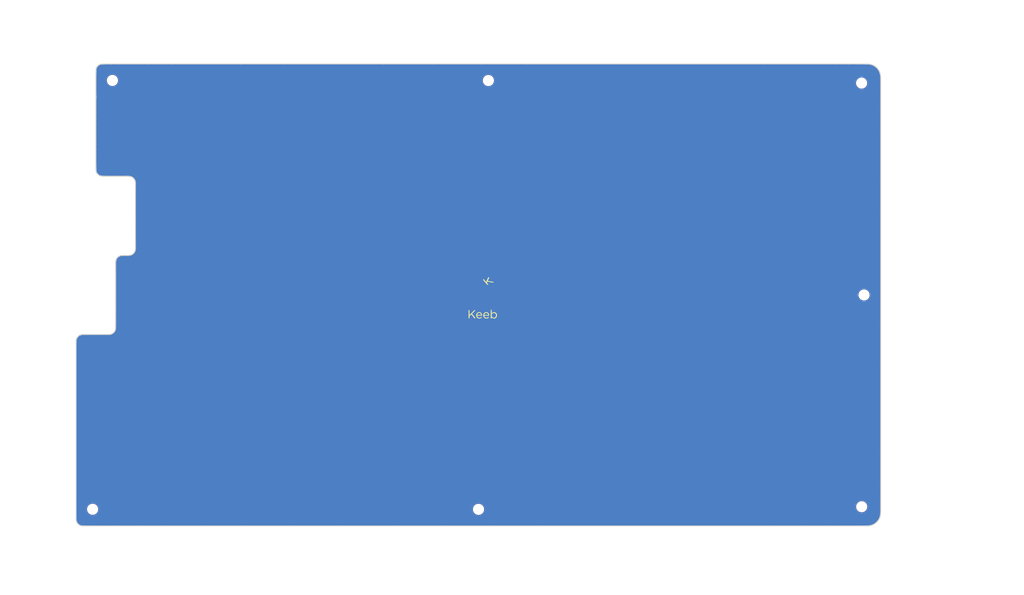
<source format=kicad_pcb>
(kicad_pcb (version 20221018) (generator pcbnew)
  (layers (0 "F.Cu" signal) (31 "B.Cu" signal) (34 "B.Paste" user) (35 "F.Paste" user) (36 "B.SilkS" user "B.Silkscreen") (37 "F.SilkS" user "F.Silkscreen") (38 "B.Mask" user) (39 "F.Mask" user) (44 "Edge.Cuts" user))
  (net 0 "")
  (footprint "Keebio-Art:Keebio-TwoTone" (layer "F.Cu") (at 123.143526 72.990229)
    (fp_text reference "G***" hide)
    (fp_text value "LOGO" hide)
  )
  (footprint "Mounting_Holes:MountingHole_2.2mm_M2" (layer "B.Cu") (at 123.143526 21.360229 180)
    (fp_text reference "REF**" hide)
    (fp_text value "MountingHole_2.2mm_M2" hide)
    (pad "" np_thru_hole circle (at 0 0 180) (size 2.2 2.2) (drill 2.2) (layers "*.Cu" "*.Mask"))
  )
  (footprint "Mounting_Holes:MountingHole_2.2mm_M2" (layer "B.Cu") (at 213.006026 21.970229 180)
    (fp_text reference "REF**" hide)
    (fp_text value "MountingHole_2.2mm_M2" hide)
    (pad "" np_thru_hole circle (at 0 0 180) (size 2.2 2.2) (drill 2.2) (layers "*.Cu" "*.Mask"))
  )
  (footprint "Mounting_Holes:MountingHole_2.2mm_M2" (layer "B.Cu") (at 32.621026 21.340229 180)
    (fp_text reference "REF**" hide)
    (fp_text value "MountingHole_2.2mm_M2" hide)
    (pad "" np_thru_hole circle (at 0 0 180) (size 2.2 2.2) (drill 2.2) (layers "*.Cu" "*.Mask"))
  )
  (footprint "Mounting_Holes:MountingHole_2.2mm_M2" (layer "B.Cu") (at 27.851026 124.590229 180)
    (fp_text reference "REF**" hide)
    (fp_text value "MountingHole_2.2mm_M2" hide)
    (pad "" np_thru_hole circle (at 0 0 180) (size 2.2 2.2) (drill 2.2) (layers "*.Cu" "*.Mask"))
  )
  (footprint "Mounting_Holes:MountingHole_2.2mm_M2" (layer "B.Cu") (at 120.763526 124.610229 180)
    (fp_text reference "REF**" hide)
    (fp_text value "MountingHole_2.2mm_M2" hide)
    (pad "" np_thru_hole circle (at 0 0 180) (size 2.2 2.2) (drill 2.2) (layers "*.Cu" "*.Mask"))
  )
  (footprint "Mounting_Holes:MountingHole_2.2mm_M2" (layer "B.Cu") (at 213.026026 123.980229 180)
    (fp_text reference "REF**" hide)
    (fp_text value "MountingHole_2.2mm_M2" hide)
    (pad "" np_thru_hole circle (at 0 0 180) (size 2.2 2.2) (drill 2.2) (layers "*.Cu" "*.Mask"))
  )
  (footprint "Mounting_Holes:MountingHole_2.2mm_M2" (layer "B.Cu") (at 213.596026 72.990229 180)
    (fp_text reference "REF**" hide)
    (fp_text value "MountingHole_2.2mm_M2" hide)
    (pad "" np_thru_hole circle (at 0 0 180) (size 2.2 2.2) (drill 2.2) (layers "*.Cu" "*.Mask"))
  )
  (gr_line (start 33.395496 80.791159) (end 33.396028 80.713523) (stroke (width 0.2)) (layer "Edge.Cuts"))
  (gr_line (start 28.633275 26.602139) (end 28.633275 26.102548) (stroke (width 0.2)) (layer "Edge.Cuts"))
  (gr_line (start 121.53863 17.360222) (end 132.259612 17.360222) (stroke (width 0.2)) (layer "Edge.Cuts"))
  (gr_line (start 36.233165 44.410229) (end 36.17198 44.410229) (stroke (width 0.2)) (layer "Edge.Cuts"))
  (gr_line (start 28.633275 19.259916) (end 28.633275 19.202745) (stroke (width 0.2)) (layer "Edge.Cuts"))
  (gr_line (start 216.899858 127.410076) (end 216.719175 127.61521) (stroke (width 0.2)) (layer "Edge.Cuts"))
  (gr_line (start 217.60826 89.356732) (end 217.60826 97.666711) (stroke (width 0.2)) (layer "Edge.Cuts"))
  (gr_line (start 25.740201 82.510229) (end 25.795735 82.510229) (stroke (width 0.2)) (layer "Edge.Cuts"))
  (gr_line (start 215.278352 17.495546) (end 215.521375 17.569118) (stroke (width 0.2)) (layer "Edge.Cuts"))
  (gr_line (start 36.17198 44.410229) (end 36.093796 44.410229) (stroke (width 0.2)) (layer "Edge.Cuts"))
  (gr_line (start 33.396033 65.389743) (end 33.396033 65.321249) (stroke (width 0.2)) (layer "Edge.Cuts"))
  (gr_line (start 26.785282 128.610215) (end 26.056122 128.610215) (stroke (width 0.2)) (layer "Edge.Cuts"))
  (gr_line (start 217.60826 80.408783) (end 217.60826 89.356732) (stroke (width 0.2)) (layer "Edge.Cuts"))
  (gr_line (start 25.306473 82.528161) (end 25.414971 82.518026) (stroke (width 0.2)) (layer "Edge.Cuts"))
  (gr_line (start 33.297411 81.449701) (end 33.33272 81.328246) (stroke (width 0.2)) (layer "Edge.Cuts"))
  (gr_line (start 34.274287 63.63411) (end 34.394017 63.581323) (stroke (width 0.2)) (layer "Edge.Cuts"))
  (gr_line (start 38.158512 55.921567) (end 38.158512 54.598797) (stroke (width 0.2)) (layer "Edge.Cuts"))
  (gr_line (start 30.414217 17.360254) (end 30.485105 17.360222) (stroke (width 0.2)) (layer "Edge.Cuts"))
  (gr_line (start 38.158291 61.71415) (end 38.158512 61.641244) (stroke (width 0.2)) (layer "Edge.Cuts"))
  (gr_line (start 46.924885 17.360222) (end 54.349001 17.360222) (stroke (width 0.2)) (layer "Edge.Cuts"))
  (gr_line (start 37.433697 63.197531) (end 37.543478 63.118005) (stroke (width 0.2)) (layer "Edge.Cuts"))
  (gr_line (start 204.144755 128.610215) (end 198.765779 128.610215) (stroke (width 0.2)) (layer "Edge.Cuts"))
  (gr_line (start 217.061741 127.192127) (end 216.899858 127.410076) (stroke (width 0.2)) (layer "Edge.Cuts"))
  (gr_line (start 23.925596 127.390515) (end 23.90261 127.271727) (stroke (width 0.2)) (layer "Edge.Cuts"))
  (gr_line (start 33.396033 65.489963) (end 33.396033 65.389743) (stroke (width 0.2)) (layer "Edge.Cuts"))
  (gr_line (start 36.093796 44.410229) (end 35.987261 44.410229) (stroke (width 0.2)) (layer "Edge.Cuts"))
  (gr_line (start 29.788756 17.430384) (end 29.90909 17.402728) (stroke (width 0.2)) (layer "Edge.Cuts"))
  (gr_line (start 23.87785 84.071756) (end 23.887053 83.964607) (stroke (width 0.2)) (layer "Edge.Cuts"))
  (gr_line (start 37.975255 62.600402) (end 38.029991 62.481122) (stroke (width 0.2)) (layer "Edge.Cuts"))
  (gr_line (start 33.396033 80.602518) (end 33.396033 80.566788) (stroke (width 0.2)) (layer "Edge.Cuts"))
  (gr_line (start 28.633275 32.073352) (end 28.633275 30.629954) (stroke (width 0.2)) (layer "Edge.Cuts"))
  (gr_line (start 29.629369 44.288406) (end 29.509682 44.235425) (stroke (width 0.2)) (layer "Edge.Cuts"))
  (gr_line (start 33.459347 64.642213) (end 33.494656 64.520758) (stroke (width 0.2)) (layer "Edge.Cuts"))
  (gr_line (start 24.712762 128.417286) (end 24.597844 128.348677) (stroke (width 0.2)) (layer "Edge.Cuts"))
  (gr_line (start 38.104611 62.23865) (end 38.127466 62.119917) (stroke (width 0.2)) (layer "Edge.Cuts"))
  (gr_line (start 33.396571 65.179299) (end 33.399066 65.088737) (stroke (width 0.2)) (layer "Edge.Cuts"))
  (gr_line (start 28.633275 41.498633) (end 28.633275 40.925839) (stroke (width 0.2)) (layer "Edge.Cuts"))
  (gr_line (start 217.556678 20.109751) (end 217.583286 20.334245) (stroke (width 0.2)) (layer "Edge.Cuts"))
  (gr_line (start 31.183901 82.510229) (end 31.301614 82.510229) (stroke (width 0.2)) (layer "Edge.Cuts"))
  (gr_line (start 36.721558 44.427958) (end 36.61318 44.41791) (stroke (width 0.2)) (layer "Edge.Cuts"))
  (gr_line (start 28.633275 25.372033) (end 28.633275 25.360427) (stroke (width 0.2)) (layer "Edge.Cuts"))
  (gr_line (start 24.00055 127.632993) (end 23.957732 127.511687) (stroke (width 0.2)) (layer "Edge.Cuts"))
  (gr_line (start 23.87127 120.387815) (end 23.87127 117.772986) (stroke (width 0.2)) (layer "Edge.Cuts"))
  (gr_line (start 37.743139 62.931434) (end 37.83067 62.826739) (stroke (width 0.2)) (layer "Edge.Cuts"))
  (gr_line (start 35.623019 63.460229) (end 35.686919 63.460229) (stroke (width 0.2)) (layer "Edge.Cuts"))
  (gr_line (start 28.633275 26.102548) (end 28.633275 25.758929) (stroke (width 0.2)) (layer "Edge.Cuts"))
  (gr_line (start 34.636382 63.509996) (end 34.754534 63.488428) (stroke (width 0.2)) (layer "Edge.Cuts"))
  (gr_line (start 35.38406 44.410229) (end 35.051386 44.410229) (stroke (width 0.2)) (layer "Edge.Cuts"))
  (gr_line (start 38.15828 46.155055) (end 38.156562 46.06829) (stroke (width 0.2)) (layer "Edge.Cuts"))
  (gr_line (start 28.644979 18.855713) (end 28.657789 18.743977) (stroke (width 0.2)) (layer "Edge.Cuts"))
  (gr_line (start 36.957645 63.401524) (end 37.078986 63.36782) (stroke (width 0.2)) (layer "Edge.Cuts"))
  (gr_line (start 38.158512 58.28491) (end 38.158512 57.167447) (stroke (width 0.2)) (layer "Edge.Cuts"))
  (gr_line (start 25.768212 128.610215) (end 25.679855 128.610214) (stroke (width 0.2)) (layer "Edge.Cuts"))
  (gr_line (start 30.534345 128.610215) (end 28.19744 128.610215) (stroke (width 0.2)) (layer "Edge.Cuts"))
  (gr_line (start 38.158512 46.665986) (end 38.158512 46.482159) (stroke (width 0.2)) (layer "Edge.Cuts"))
  (gr_line (start 28.633275 19.811313) (end 28.633275 19.625086) (stroke (width 0.2)) (layer "Edge.Cuts"))
  (gr_line (start 33.396039 65.256936) (end 33.396571 65.179299) (stroke (width 0.2)) (layer "Edge.Cuts"))
  (gr_line (start 23.87322 126.952154) (end 23.871503 126.865389) (stroke (width 0.2)) (layer "Edge.Cuts"))
  (gr_line (start 217.60826 38.472239) (end 217.60826 45.30743) (stroke (width 0.2)) (layer "Edge.Cuts"))
  (gr_line (start 54.349001 17.360222) (end 63.571136 17.360222) (stroke (width 0.2)) (layer "Edge.Cuts"))
  (gr_line (start 33.396033 80.347435) (end 33.396033 80.154486) (stroke (width 0.2)) (layer "Edge.Cuts"))
  (gr_line (start 36.052303 63.460229) (end 36.08885 63.460229) (stroke (width 0.2)) (layer "Edge.Cuts"))
  (gr_line (start 31.508787 82.510229) (end 31.567019 82.510229) (stroke (width 0.2)) (layer "Edge.Cuts"))
  (gr_line (start 35.987261 44.410229) (end 35.841026 44.410229) (stroke (width 0.2)) (layer "Edge.Cuts"))
  (gr_line (start 28.633275 41.909016) (end 28.633275 41.498633) (stroke (width 0.2)) (layer "Edge.Cuts"))
  (gr_line (start 217.60826 21.036809) (end 217.60826 21.214055) (stroke (width 0.2)) (layer "Edge.Cuts"))
  (gr_line (start 33.396033 80.510312) (end 33.396033 80.51003) (stroke (width 0.2)) (layer "Edge.Cuts"))
  (gr_line (start 35.4448 63.460229) (end 35.476851 63.460229) (stroke (width 0.2)) (layer "Edge.Cuts"))
  (gr_line (start 109.908927 17.360222) (end 121.53863 17.360222) (stroke (width 0.2)) (layer "Edge.Cuts"))
  (gr_line (start 23.87127 90.769019) (end 23.87127 88.7129) (stroke (width 0.2)) (layer "Edge.Cuts"))
  (gr_line (start 38.158512 46.228192) (end 38.15828 46.155055) (stroke (width 0.2)) (layer "Edge.Cuts"))
  (gr_line (start 216.441078 18.095678) (end 216.643998 18.279086) (stroke (width 0.2)) (layer "Edge.Cuts"))
  (gr_line (start 28.633275 21.763597) (end 28.633275 21.252998) (stroke (width 0.2)) (layer "Edge.Cuts"))
  (gr_line (start 38.127172 45.748717) (end 38.104186 45.629929) (stroke (width 0.2)) (layer "Edge.Cuts"))
  (gr_line (start 33.25094 81.570588) (end 33.297411 81.449701) (stroke (width 0.2)) (layer "Edge.Cuts"))
  (gr_line (start 33.396033 80.154486) (end 33.396033 79.849222) (stroke (width 0.2)) (layer "Edge.Cuts"))
  (gr_line (start 214.804993 17.404401) (end 215.038059 17.441662) (stroke (width 0.2)) (layer "Edge.Cuts"))
  (gr_line (start 28.74446 18.384702) (end 28.794534 18.264415) (stroke (width 0.2)) (layer "Edge.Cuts"))
  (gr_line (start 28.633275 25.42286) (end 28.633275 25.372033) (stroke (width 0.2)) (layer "Edge.Cuts"))
  (gr_line (start 217.60826 71.17637) (end 217.60826 80.408783) (stroke (width 0.2)) (layer "Edge.Cuts"))
  (gr_line (start 45.511028 128.610215) (end 38.94939 128.610215) (stroke (width 0.2)) (layer "Edge.Cuts"))
  (gr_line (start 33.04049 81.911815) (end 33.121587 81.802932) (stroke (width 0.2)) (layer "Edge.Cuts"))
  (gr_line (start 33.221753 44.410229) (end 32.733678 44.410229) (stroke (width 0.2)) (layer "Edge.Cuts"))
  (gr_line (start 24.487974 128.26931) (end 24.384329 128.18036) (stroke (width 0.2)) (layer "Edge.Cuts"))
  (gr_line (start 33.396033 66.257522) (end 33.396033 65.896197) (stroke (width 0.2)) (layer "Edge.Cuts"))
  (gr_line (start 33.396033 80.511621) (end 33.396033 80.510312) (stroke (width 0.2)) (layer "Edge.Cuts"))
  (gr_line (start 28.633275 25.758929) (end 28.633275 25.542096) (stroke (width 0.2)) (layer "Edge.Cuts"))
  (gr_line (start 24.288082 128.083001) (end 24.200408 127.978409) (stroke (width 0.2)) (layer "Edge.Cuts"))
  (gr_line (start 33.396033 74.564039) (end 33.396033 73.227808) (stroke (width 0.2)) (layer "Edge.Cuts"))
  (gr_line (start 36.146639 63.460229) (end 36.174274 63.460229) (stroke (width 0.2)) (layer "Edge.Cuts"))
  (gr_line (start 34.754534 63.488428) (end 34.867666 63.474214) (stroke (width 0.2)) (layer "Edge.Cuts"))
  (gr_line (start 28.633275 23.350926) (end 28.633275 22.833104) (stroke (width 0.2)) (layer "Edge.Cuts"))
  (gr_line (start 28.930748 18.034594) (end 29.014754 17.927496) (stroke (width 0.2)) (layer "Edge.Cuts"))
  (gr_line (start 217.60826 97.666711) (end 217.60826 104.985212) (stroke (width 0.2)) (layer "Edge.Cuts"))
  (gr_line (start 87.797689 128.610215) (end 75.563233 128.610215) (stroke (width 0.2)) (layer "Edge.Cuts"))
  (gr_line (start 217.60826 123.13841) (end 217.60826 124.120125) (stroke (width 0.2)) (layer "Edge.Cuts"))
  (gr_line (start 38.158512 54.598797) (end 38.158512 53.250665) (stroke (width 0.2)) (layer "Edge.Cuts"))
  (gr_line (start 35.822573 63.460229) (end 35.889105 63.460229) (stroke (width 0.2)) (layer "Edge.Cuts"))
  (gr_line (start 23.87127 126.721063) (end 23.87127 126.589408) (stroke (width 0.2)) (layer "Edge.Cuts"))
  (gr_line (start 32.634035 82.271343) (end 32.745608 82.195211) (stroke (width 0.2)) (layer "Edge.Cuts"))
  (gr_line (start 37.431938 44.671767) (end 37.31702 44.603158) (stroke (width 0.2)) (layer "Edge.Cuts"))
  (gr_line (start 30.8074 82.510229) (end 31.022946 82.510229) (stroke (width 0.2)) (layer "Edge.Cuts"))
  (gr_line (start 35.841026 44.410229) (end 35.643743 44.410229) (stroke (width 0.2)) (layer "Edge.Cuts"))
  (gr_line (start 217.53366 126.003006) (end 217.482576 126.242467) (stroke (width 0.2)) (layer "Edge.Cuts"))
  (gr_line (start 26.972532 82.510229) (end 27.372738 82.510229) (stroke (width 0.2)) (layer "Edge.Cuts"))
  (gr_line (start 30.137197 17.371176) (end 30.240471 17.364214) (stroke (width 0.2)) (layer "Edge.Cuts"))
  (gr_line (start 33.842056 63.956186) (end 33.940742 63.861329) (stroke (width 0.2)) (layer "Edge.Cuts"))
  (gr_line (start 33.396033 69.369674) (end 33.396033 68.305576) (stroke (width 0.2)) (layer "Edge.Cuts"))
  (gr_line (start 30.661897 17.360222) (end 31.173278 17.360222) (stroke (width 0.2)) (layer "Edge.Cuts"))
  (gr_line (start 28.633324 19.135363) (end 28.634279 19.053654) (stroke (width 0.2)) (layer "Edge.Cuts"))
  (gr_line (start 24.486304 82.852453) (end 24.596085 82.772928) (stroke (width 0.2)) (layer "Edge.Cuts"))
  (gr_line (start 217.60826 25.838207) (end 217.60826 28.875714) (stroke (width 0.2)) (layer "Edge.Cuts"))
  (gr_line (start 37.541808 44.751134) (end 37.431938 44.671767) (stroke (width 0.2)) (layer "Edge.Cuts"))
  (gr_line (start 23.957732 127.511687) (end 23.925596 127.390515) (stroke (width 0.2)) (layer "Edge.Cuts"))
  (gr_line (start 31.218113 44.410229) (end 31.003489 44.410229) (stroke (width 0.2)) (layer "Edge.Cuts"))
  (gr_line (start 29.667233 17.468004) (end 29.788756 17.430384) (stroke (width 0.2)) (layer "Edge.Cuts"))
  (gr_line (start 217.607225 125.169438) (end 217.602318 125.350193) (stroke (width 0.2)) (layer "Edge.Cuts"))
  (gr_line (start 35.416768 63.460229) (end 35.4448 63.460229) (stroke (width 0.2)) (layer "Edge.Cuts"))
  (gr_line (start 38.94939 128.610215) (end 34.037746 128.610215) (stroke (width 0.2)) (layer "Edge.Cuts"))
  (gr_line (start 217.608116 20.898723) (end 217.60826 21.036809) (stroke (width 0.2)) (layer "Edge.Cuts"))
  (gr_line (start 34.198938 44.410229) (end 33.716479 44.410229) (stroke (width 0.2)) (layer "Edge.Cuts"))
  (gr_line (start 30.575684 44.410229) (end 30.519658 44.410229) (stroke (width 0.2)) (layer "Edge.Cuts"))
  (gr_line (start 214.894887 128.553264) (end 214.66843 128.5819) (stroke (width 0.2)) (layer "Edge.Cuts"))
  (gr_line (start 38.151932 61.898703) (end 38.156608 61.800719) (stroke (width 0.2)) (layer "Edge.Cuts"))
  (gr_line (start 28.677618 18.626731) (end 28.705997 18.506223) (stroke (width 0.2)) (layer "Edge.Cuts"))
  (gr_line (start 33.396033 80.525437) (end 33.396033 80.516032) (stroke (width 0.2)) (layer "Edge.Cuts"))
  (gr_line (start 23.87127 123.978884) (end 23.87127 122.435468) (stroke (width 0.2)) (layer "Edge.Cuts"))
  (gr_line (start 209.936823 17.360222) (end 211.908055 17.360222) (stroke (width 0.2)) (layer "Edge.Cuts"))
  (gr_line (start 23.871491 84.256308) (end 23.873174 84.169739) (stroke (width 0.2)) (layer "Edge.Cuts"))
  (gr_line (start 38.156608 61.800719) (end 38.158291 61.71415) (stroke (width 0.2)) (layer "Edge.Cuts"))
  (gr_line (start 23.87127 103.703998) (end 23.87127 100.003759) (stroke (width 0.2)) (layer "Edge.Cuts"))
  (gr_line (start 31.853149 44.410229) (end 31.498505 44.410229) (stroke (width 0.2)) (layer "Edge.Cuts"))
  (gr_line (start 28.633275 40.925839) (end 28.633275 40.159556) (stroke (width 0.2)) (layer "Edge.Cuts"))
  (gr_line (start 23.87127 107.475183) (end 23.87127 103.703998) (stroke (width 0.2)) (layer "Edge.Cuts"))
  (gr_line (start 25.072137 82.568935) (end 25.191445 82.54462) (stroke (width 0.2)) (layer "Edge.Cuts"))
  (gr_line (start 33.396033 78.798691) (end 33.396033 78.001896) (stroke (width 0.2)) (layer "Edge.Cuts"))
  (gr_line (start 217.60826 21.214055) (end 217.60826 21.602283) (stroke (width 0.2)) (layer "Edge.Cuts"))
  (gr_line (start 23.873174 84.169739) (end 23.87785 84.071756) (stroke (width 0.2)) (layer "Edge.Cuts"))
  (gr_line (start 217.605939 20.733228) (end 217.608116 20.898723) (stroke (width 0.2)) (layer "Edge.Cuts"))
  (gr_line (start 26.056122 128.610215) (end 25.768212 128.610215) (stroke (width 0.2)) (layer "Edge.Cuts"))
  (gr_line (start 36.290492 63.460229) (end 36.350988 63.460229) (stroke (width 0.2)) (layer "Edge.Cuts"))
  (gr_line (start 35.516118 63.460229) (end 35.565216 63.460229) (stroke (width 0.2)) (layer "Edge.Cuts"))
  (gr_line (start 212.400804 128.610215) (end 210.718628 128.610215) (stroke (width 0.2)) (layer "Edge.Cuts"))
  (gr_line (start 214.378531 17.367481) (end 214.583651 17.380695) (stroke (width 0.2)) (layer "Edge.Cuts"))
  (gr_line (start 215.998044 17.786507) (end 216.224977 17.930701) (stroke (width 0.2)) (layer "Edge.Cuts"))
  (gr_line (start 217.590466 125.552372) (end 217.568602 125.771475) (stroke (width 0.2)) (layer "Edge.Cuts"))
  (gr_line (start 213.068296 17.360222) (end 213.653035 17.360222) (stroke (width 0.2)) (layer "Edge.Cuts"))
  (gr_line (start 33.387008 80.98296) (end 33.393 80.881722) (stroke (width 0.2)) (layer "Edge.Cuts"))
  (gr_line (start 31.452708 82.510229) (end 31.508787 82.510229) (stroke (width 0.2)) (layer "Edge.Cuts"))
  (gr_line (start 38.142729 62.005851) (end 38.151932 61.898703) (stroke (width 0.2)) (layer "Edge.Cuts"))
  (gr_line (start 217.276864 19.150042) (end 217.378943 19.39024) (stroke (width 0.2)) (layer "Edge.Cuts"))
  (gr_line (start 29.282 44.09394) (end 29.176384 44.007712) (stroke (width 0.2)) (layer "Edge.Cuts"))
  (gr_line (start 38.158512 50.684429) (end 38.158512 49.569382) (stroke (width 0.2)) (layer "Edge.Cuts"))
  (gr_line (start 38.158512 47.902153) (end 38.158512 47.348328) (stroke (width 0.2)) (layer "Edge.Cuts"))
  (gr_line (start 33.716479 44.410229) (end 33.221753 44.410229) (stroke (width 0.2)) (layer "Edge.Cuts"))
  (gr_line (start 33.416081 64.877832) (end 33.433666 64.761988) (stroke (width 0.2)) (layer "Edge.Cuts"))
  (gr_line (start 28.633275 23.83007) (end 28.633275 23.350926) (stroke (width 0.2)) (layer "Edge.Cuts"))
  (gr_line (start 28.633275 25.359746) (end 28.633275 25.352452) (stroke (width 0.2)) (layer "Edge.Cuts"))
  (gr_line (start 217.60826 124.639802) (end 217.60826 124.877975) (stroke (width 0.2)) (layer "Edge.Cuts"))
  (gr_line (start 64.119557 128.610215) (end 53.946379 128.610215) (stroke (width 0.2)) (layer "Edge.Cuts"))
  (gr_line (start 30.843284 44.410229) (end 30.726148 44.410229) (stroke (width 0.2)) (layer "Edge.Cuts"))
  (gr_line (start 213.951963 128.610215) (end 213.773831 128.610215) (stroke (width 0.2)) (layer "Edge.Cuts"))
  (gr_line (start 38.127466 62.119917) (end 38.142729 62.005851) (stroke (width 0.2)) (layer "Edge.Cuts"))
  (gr_line (start 28.633275 24.591935) (end 28.633275 24.249992) (stroke (width 0.2)) (layer "Edge.Cuts"))
  (gr_line (start 33.396033 80.566788) (end 33.396033 80.541725) (stroke (width 0.2)) (layer "Edge.Cuts"))
  (gr_line (start 217.60826 23.733823) (end 217.60826 25.838207) (stroke (width 0.2)) (layer "Edge.Cuts"))
  (gr_line (start 217.60826 121.514122) (end 217.60826 123.13841) (stroke (width 0.2)) (layer "Edge.Cuts"))
  (gr_line (start 25.60338 82.510593) (end 25.678794 82.51023) (stroke (width 0.2)) (layer "Edge.Cuts"))
  (gr_line (start 32.39805 82.389136) (end 32.51778 82.336349) (stroke (width 0.2)) (layer "Edge.Cuts"))
  (gr_line (start 37.907299 45.152685) (end 37.829374 45.042035) (stroke (width 0.2)) (layer "Edge.Cuts"))
  (gr_line (start 36.614812 63.452433) (end 36.723309 63.442297) (stroke (width 0.2)) (layer "Edge.Cuts"))
  (gr_line (start 33.396033 73.227808) (end 33.396033 71.882318) (stroke (width 0.2)) (layer "Edge.Cuts"))
  (gr_line (start 217.60826 115.615681) (end 217.60826 119.066724) (stroke (width 0.2)) (layer "Edge.Cuts"))
  (gr_line (start 217.000893 18.691798) (end 217.150169 18.916404) (stroke (width 0.2)) (layer "Edge.Cuts"))
  (gr_line (start 33.396033 79.405878) (end 33.396033 78.798691) (stroke (width 0.2)) (layer "Edge.Cuts"))
  (gr_line (start 35.154462 63.460359) (end 35.225037 63.460229) (stroke (width 0.2)) (layer "Edge.Cuts"))
  (gr_line (start 74.201608 17.360222) (end 85.777005 17.360222) (stroke (width 0.2)) (layer "Edge.Cuts"))
  (gr_line (start 25.074022 128.551958) (end 24.952696 128.518413) (stroke (width 0.2)) (layer "Edge.Cuts"))
  (gr_line (start 28.633275 42.366865) (end 28.633275 42.188067) (stroke (width 0.2)) (layer "Edge.Cuts"))
  (gr_line (start 25.934568 82.510229) (end 26.040565 82.510229) (stroke (width 0.2)) (layer "Edge.Cuts"))
  (gr_line (start 23.87127 126.792252) (end 23.87127 126.721063) (stroke (width 0.2)) (layer "Edge.Cuts"))
  (gr_line (start 32.155685 82.460462) (end 32.276607 82.430009) (stroke (width 0.2)) (layer "Edge.Cuts"))
  (gr_line (start 37.645453 44.840084) (end 37.541808 44.751134) (stroke (width 0.2)) (layer "Edge.Cuts"))
  (gr_line (start 38.158512 61.386023) (end 38.158512 61.200913) (stroke (width 0.2)) (layer "Edge.Cuts"))
  (gr_line (start 36.838337 63.425839) (end 36.957645 63.401524) (stroke (width 0.2)) (layer "Edge.Cuts"))
  (gr_line (start 28.633275 19.318573) (end 28.633275 19.259916) (stroke (width 0.2)) (layer "Edge.Cuts"))
  (gr_line (start 28.633275 35.111106) (end 28.633275 33.586529) (stroke (width 0.2)) (layer "Edge.Cuts"))
  (gr_line (start 25.193281 128.576138) (end 25.074022 128.551958) (stroke (width 0.2)) (layer "Edge.Cuts"))
  (gr_line (start 33.399066 65.088737) (end 33.405059 64.987498) (stroke (width 0.2)) (layer "Edge.Cuts"))
  (gr_line (start 35.889105 63.460229) (end 35.951293 63.460229) (stroke (width 0.2)) (layer "Edge.Cuts"))
  (gr_line (start 24.710934 82.704141) (end 24.829672 82.647264) (stroke (width 0.2)) (layer "Edge.Cuts"))
  (gr_line (start 28.633275 42.548017) (end 28.633275 42.476489) (stroke (width 0.2)) (layer "Edge.Cuts"))
  (gr_line (start 31.722187 82.508747) (end 31.818535 82.50464) (stroke (width 0.2)) (layer "Edge.Cuts"))
  (gr_line (start 28.19744 128.610215) (end 26.785282 128.610215) (stroke (width 0.2)) (layer "Edge.Cuts"))
  (gr_line (start 32.851325 82.10913) (end 32.950011 82.014273) (stroke (width 0.2)) (layer "Edge.Cuts"))
  (gr_line (start 26.040565 82.510229) (end 26.18608 82.510229) (stroke (width 0.2)) (layer "Edge.Cuts"))
  (gr_line (start 33.396033 80.650804) (end 33.396033 80.602518) (stroke (width 0.2)) (layer "Edge.Cuts"))
  (gr_line (start 37.647017 63.028915) (end 37.743139 62.931434) (stroke (width 0.2)) (layer "Edge.Cuts"))
  (gr_line (start 23.87127 84.533967) (end 23.87127 84.40078) (stroke (width 0.2)) (layer "Edge.Cuts"))
  (gr_line (start 38.158512 47.348328) (end 38.158512 46.945491) (stroke (width 0.2)) (layer "Edge.Cuts"))
  (gr_line (start 216.087829 128.130228) (end 215.855447 128.260606) (stroke (width 0.2)) (layer "Edge.Cuts"))
  (gr_line (start 30.025987 17.383503) (end 30.137197 17.371176) (stroke (width 0.2)) (layer "Edge.Cuts"))
  (gr_line (start 38.158512 57.167447) (end 38.158512 55.921567) (stroke (width 0.2)) (layer "Edge.Cuts"))
  (gr_line (start 36.288698 44.410229) (end 36.233165 44.410229) (stroke (width 0.2)) (layer "Edge.Cuts"))
  (gr_line (start 38.158512 61.641244) (end 38.158512 61.578533) (stroke (width 0.2)) (layer "Edge.Cuts"))
  (gr_line (start 28.633275 37.960963) (end 28.633275 36.58871) (stroke (width 0.2)) (layer "Edge.Cuts"))
  (gr_line (start 33.396028 80.713523) (end 33.396033 80.650804) (stroke (width 0.2)) (layer "Edge.Cuts"))
  (gr_line (start 217.202476 126.963714) (end 217.061741 127.192127) (stroke (width 0.2)) (layer "Edge.Cuts"))
  (gr_line (start 28.633275 25.187412) (end 28.633275 25.050441) (stroke (width 0.2)) (layer "Edge.Cuts"))
  (gr_line (start 31.301614 82.510229) (end 31.387433 82.510229) (stroke (width 0.2)) (layer "Edge.Cuts"))
  (gr_line (start 28.642172 42.881308) (end 28.636246 42.780219) (stroke (width 0.2)) (layer "Edge.Cuts"))
  (gr_line (start 33.405059 64.987498) (end 33.416081 64.877832) (stroke (width 0.2)) (layer "Edge.Cuts"))
  (gr_line (start 23.87127 111.173171) (end 23.87127 107.475183) (stroke (width 0.2)) (layer "Edge.Cuts"))
  (gr_line (start 35.324829 63.460229) (end 35.359979 63.460229) (stroke (width 0.2)) (layer "Edge.Cuts"))
  (gr_line (start 23.87127 86.04288) (end 23.87127 85.281055) (stroke (width 0.2)) (layer "Edge.Cuts"))
  (gr_line (start 37.543478 63.118005) (end 37.647017 63.028915) (stroke (width 0.2)) (layer "Edge.Cuts"))
  (gr_line (start 30.209186 44.404546) (end 30.10319 44.396072) (stroke (width 0.2)) (layer "Edge.Cuts"))
  (gr_line (start 33.375985 81.092626) (end 33.387008 80.98296) (stroke (width 0.2)) (layer "Edge.Cuts"))
  (gr_line (start 33.396033 66.761192) (end 33.396033 66.257522) (stroke (width 0.2)) (layer "Edge.Cuts"))
  (gr_line (start 202.619438 17.360222) (end 206.919113 17.360222) (stroke (width 0.2)) (layer "Edge.Cuts"))
  (gr_line (start 25.678794 82.51023) (end 25.740201 82.510229) (stroke (width 0.2)) (layer "Edge.Cuts"))
  (gr_line (start 25.416602 128.602535) (end 25.308224 128.592486) (stroke (width 0.2)) (layer "Edge.Cuts"))
  (gr_line (start 34.973531 63.465819) (end 35.069879 63.461712) (stroke (width 0.2)) (layer "Edge.Cuts"))
  (gr_line (start 217.598684 20.54357) (end 217.605939 20.733228) (stroke (width 0.2)) (layer "Edge.Cuts"))
  (gr_line (start 37.198231 44.546475) (end 37.077086 44.502032) (stroke (width 0.2)) (layer "Edge.Cuts"))
  (gr_line (start 24.382765 82.941544) (end 24.486304 82.852453) (stroke (width 0.2)) (layer "Edge.Cuts"))
  (gr_line (start 33.396033 75.839483) (end 33.396033 74.564039) (stroke (width 0.2)) (layer "Edge.Cuts"))
  (gr_line (start 23.87127 96.518606) (end 23.87127 93.392682) (stroke (width 0.2)) (layer "Edge.Cuts"))
  (gr_line (start 28.705997 18.506223) (end 28.74446 18.384702) (stroke (width 0.2)) (layer "Edge.Cuts"))
  (gr_line (start 38.158512 59.958307) (end 38.158512 59.222829) (stroke (width 0.2)) (layer "Edge.Cuts"))
  (gr_line (start 23.999791 83.489336) (end 24.054527 83.370057) (stroke (width 0.2)) (layer "Edge.Cuts"))
  (gr_line (start 38.104186 45.629929) (end 38.07205 45.508757) (stroke (width 0.2)) (layer "Edge.Cuts"))
  (gr_line (start 23.877955 127.050298) (end 23.87322 126.952154) (stroke (width 0.2)) (layer "Edge.Cuts"))
  (gr_line (start 24.597844 128.348677) (end 24.487974 128.26931) (stroke (width 0.2)) (layer "Edge.Cuts"))
  (gr_line (start 28.633275 22.297147) (end 28.633275 21.763597) (stroke (width 0.2)) (layer "Edge.Cuts"))
  (gr_line (start 36.61318 44.41791) (end 36.513616 44.412627) (stroke (width 0.2)) (layer "Edge.Cuts"))
  (gr_line (start 28.633275 25.050441) (end 28.633275 24.855373) (stroke (width 0.2)) (layer "Edge.Cuts"))
  (gr_line (start 34.158032 63.699116) (end 34.274287 63.63411) (stroke (width 0.2)) (layer "Edge.Cuts"))
  (gr_line (start 30.485105 17.360222) (end 30.661897 17.360222) (stroke (width 0.2)) (layer "Edge.Cuts"))
  (gr_line (start 37.20011 63.323195) (end 37.318849 63.266318) (stroke (width 0.2)) (layer "Edge.Cuts"))
  (gr_line (start 36.836501 44.444306) (end 36.721558 44.427958) (stroke (width 0.2)) (layer "Edge.Cuts"))
  (gr_line (start 189.233461 17.360222) (end 196.80231 17.360222) (stroke (width 0.2)) (layer "Edge.Cuts"))
  (gr_line (start 24.055481 127.752225) (end 24.00055 127.632993) (stroke (width 0.2)) (layer "Edge.Cuts"))
  (gr_line (start 28.633275 42.476489) (end 28.633275 42.366865) (stroke (width 0.2)) (layer "Edge.Cuts"))
  (gr_line (start 33.494656 64.520758) (end 33.541127 64.399871) (stroke (width 0.2)) (layer "Edge.Cuts"))
  (gr_line (start 29.077818 43.912727) (end 28.987476 43.81016) (stroke (width 0.2)) (layer "Edge.Cuts"))
  (gr_line (start 30.10319 44.396072) (end 29.989962 44.381754) (stroke (width 0.2)) (layer "Edge.Cuts"))
  (gr_line (start 28.633275 30.629954) (end 28.633275 29.314708) (stroke (width 0.2)) (layer "Edge.Cuts"))
  (gr_line (start 33.396033 65.649562) (end 33.396033 65.489963) (stroke (width 0.2)) (layer "Edge.Cuts"))
  (gr_line (start 36.513616 44.412627) (end 36.425116 44.410578) (stroke (width 0.2)) (layer "Edge.Cuts"))
  (gr_line (start 216.224977 17.930701) (end 216.441078 18.095678) (stroke (width 0.2)) (layer "Edge.Cuts"))
  (gr_line (start 23.87127 84.329215) (end 23.871491 84.256308) (stroke (width 0.2)) (layer "Edge.Cuts"))
  (gr_line (start 38.142541 45.862872) (end 38.127172 45.748717) (stroke (width 0.2)) (layer "Edge.Cuts"))
  (gr_line (start 38.156562 46.06829) (end 38.151827 45.970147) (stroke (width 0.2)) (layer "Edge.Cuts"))
  (gr_line (start 26.382463 82.510229) (end 26.641061 82.510229) (stroke (width 0.2)) (layer "Edge.Cuts"))
  (gr_line (start 216.719175 127.61521) (end 216.522042 127.80518) (stroke (width 0.2)) (layer "Edge.Cuts"))
  (gr_line (start 38.151827 45.970147) (end 38.142541 45.862872) (stroke (width 0.2)) (layer "Edge.Cuts"))
  (gr_line (start 31.387433 82.510229) (end 31.452708 82.510229) (stroke (width 0.2)) (layer "Edge.Cuts"))
  (gr_line (start 217.583286 20.334245) (end 217.598684 20.54357) (stroke (width 0.2)) (layer "Edge.Cuts"))
  (gr_line (start 217.60826 53.272186) (end 217.60826 62.013002) (stroke (width 0.2)) (layer "Edge.Cuts"))
  (gr_line (start 31.9244 82.496245) (end 32.037533 82.48203) (stroke (width 0.2)) (layer "Edge.Cuts"))
  (gr_line (start 23.87127 117.772986) (end 23.87127 114.653819) (stroke (width 0.2)) (layer "Edge.Cuts"))
  (gr_line (start 23.87127 125.092024) (end 23.87127 123.978884) (stroke (width 0.2)) (layer "Edge.Cuts"))
  (gr_line (start 31.022946 82.510229) (end 31.183901 82.510229) (stroke (width 0.2)) (layer "Edge.Cuts"))
  (gr_line (start 24.952696 128.518413) (end 24.831551 128.47397) (stroke (width 0.2)) (layer "Edge.Cuts"))
  (gr_line (start 25.516166 128.607817) (end 25.416602 128.602535) (stroke (width 0.2)) (layer "Edge.Cuts"))
  (gr_line (start 33.670479 64.167527) (end 33.751577 64.058644) (stroke (width 0.2)) (layer "Edge.Cuts"))
  (gr_line (start 28.653104 42.99086) (end 28.642172 42.881308) (stroke (width 0.2)) (layer "Edge.Cuts"))
  (gr_line (start 35.476851 63.460229) (end 35.516118 63.460229) (stroke (width 0.2)) (layer "Edge.Cuts"))
  (gr_line (start 34.13419 17.360222) (end 37.050914 17.360222) (stroke (width 0.2)) (layer "Edge.Cuts"))
  (gr_line (start 36.723309 63.442297) (end 36.838337 63.425839) (stroke (width 0.2)) (layer "Edge.Cuts"))
  (gr_line (start 215.762628 17.665444) (end 215.998044 17.786507) (stroke (width 0.2)) (layer "Edge.Cuts"))
  (gr_line (start 37.908433 62.716003) (end 37.975255 62.600402) (stroke (width 0.2)) (layer "Edge.Cuts"))
  (gr_line (start 28.633275 25.328146) (end 28.633275 25.276556) (stroke (width 0.2)) (layer "Edge.Cuts"))
  (gr_line (start 30.519658 44.410229) (end 30.461302 44.410229) (stroke (width 0.2)) (layer "Edge.Cuts"))
  (gr_line (start 217.412282 126.485359) (end 217.319714 126.727185) (stroke (width 0.2)) (layer "Edge.Cuts"))
  (gr_line (start 23.925171 83.731809) (end 23.957152 83.610658) (stroke (width 0.2)) (layer "Edge.Cuts"))
  (gr_line (start 33.751577 64.058644) (end 33.842056 63.956186) (stroke (width 0.2)) (layer "Edge.Cuts"))
  (gr_line (start 28.633275 20.785891) (end 28.633275 20.38282) (stroke (width 0.2)) (layer "Edge.Cuts"))
  (gr_line (start 33.33272 81.328246) (end 33.3584 81.208471) (stroke (width 0.2)) (layer "Edge.Cuts"))
  (gr_line (start 37.829374 45.042035) (end 37.7417 44.937443) (stroke (width 0.2)) (layer "Edge.Cuts"))
  (gr_line (start 38.158512 60.919694) (end 38.158512 60.51471) (stroke (width 0.2)) (layer "Edge.Cuts"))
  (gr_line (start 208.047825 128.610215) (end 204.144755 128.610215) (stroke (width 0.2)) (layer "Edge.Cuts"))
  (gr_line (start 38.158512 61.578533) (end 38.158512 61.502678) (stroke (width 0.2)) (layer "Edge.Cuts"))
  (gr_line (start 191.667256 128.610215) (end 135.049016 128.610215) (stroke (width 0.2)) (layer "Edge.Cuts"))
  (gr_line (start 24.122483 127.867759) (end 24.055481 127.752225) (stroke (width 0.2)) (layer "Edge.Cuts"))
  (gr_line (start 28.633275 42.188067) (end 28.633275 41.909016) (stroke (width 0.2)) (layer "Edge.Cuts"))
  (gr_line (start 33.599938 64.281661) (end 33.670479 64.167527) (stroke (width 0.2)) (layer "Edge.Cuts"))
  (gr_line (start 29.393491 44.170236) (end 29.282 44.09394) (stroke (width 0.2)) (layer "Edge.Cuts"))
  (gr_line (start 38.158512 60.51471) (end 38.158512 59.958307) (stroke (width 0.2)) (layer "Edge.Cuts"))
  (gr_line (start 36.425116 44.410578) (end 36.349927 44.41023) (stroke (width 0.2)) (layer "Edge.Cuts"))
  (gr_line (start 41.236614 17.360222) (end 46.924885 17.360222) (stroke (width 0.2)) (layer "Edge.Cuts"))
  (gr_line (start 214.194133 17.361691) (end 214.378531 17.367481) (stroke (width 0.2)) (layer "Edge.Cuts"))
  (gr_line (start 30.3057 44.408708) (end 30.209186 44.404546) (stroke (width 0.2)) (layer "Edge.Cuts"))
  (gr_line (start 23.87127 100.003759) (end 23.87127 96.518606) (stroke (width 0.2)) (layer "Edge.Cuts"))
  (gr_line (start 33.541127 64.399871) (end 33.599938 64.281661) (stroke (width 0.2)) (layer "Edge.Cuts"))
  (gr_line (start 24.950796 82.602638) (end 25.072137 82.568935) (stroke (width 0.2)) (layer "Edge.Cuts"))
  (gr_line (start 217.482576 126.242467) (end 217.412282 126.485359) (stroke (width 0.2)) (layer "Edge.Cuts"))
  (gr_line (start 28.633793 42.689841) (end 28.63328 42.612424) (stroke (width 0.2)) (layer "Edge.Cuts"))
  (gr_line (start 28.836167 43.586979) (end 28.777548 43.468715) (stroke (width 0.2)) (layer "Edge.Cuts"))
  (gr_line (start 36.349927 44.41023) (end 36.288698 44.410229) (stroke (width 0.2)) (layer "Edge.Cuts"))
  (gr_line (start 29.107792 17.827172) (end 29.208687 17.734798) (stroke (width 0.2)) (layer "Edge.Cuts"))
  (gr_line (start 217.60826 124.877975) (end 217.608251 125.014604) (stroke (width 0.2)) (layer "Edge.Cuts"))
  (gr_line (start 28.633275 20.059837) (end 28.633275 19.811313) (stroke (width 0.2)) (layer "Edge.Cuts"))
  (gr_line (start 28.636246 42.780219) (end 28.633793 42.689841) (stroke (width 0.2)) (layer "Edge.Cuts"))
  (gr_line (start 23.887053 83.964607) (end 23.902316 83.850542) (stroke (width 0.2)) (layer "Edge.Cuts"))
  (gr_line (start 29.176384 44.007712) (end 29.077818 43.912727) (stroke (width 0.2)) (layer "Edge.Cuts"))
  (gr_line (start 38.029991 62.481122) (end 38.07263 62.359801) (stroke (width 0.2)) (layer "Edge.Cuts"))
  (gr_line (start 217.150169 18.916404) (end 217.276864 19.150042) (stroke (width 0.2)) (layer "Edge.Cuts"))
  (gr_line (start 33.3584 81.208471) (end 33.375985 81.092626) (stroke (width 0.2)) (layer "Edge.Cuts"))
  (gr_line (start 53.946379 128.610215) (end 45.511028 128.610215) (stroke (width 0.2)) (layer "Edge.Cuts"))
  (gr_line (start 28.633275 33.586529) (end 28.633275 32.073352) (stroke (width 0.2)) (layer "Edge.Cuts"))
  (gr_line (start 214.034952 17.360261) (end 214.194133 17.361691) (stroke (width 0.2)) (layer "Edge.Cuts"))
  (gr_line (start 216.522042 127.80518) (end 216.31081 127.977636) (stroke (width 0.2)) (layer "Edge.Cuts"))
  (gr_line (start 206.919113 17.360222) (end 209.936823 17.360222) (stroke (width 0.2)) (layer "Edge.Cuts"))
  (gr_line (start 37.077086 44.502032) (end 36.95576 44.468487) (stroke (width 0.2)) (layer "Edge.Cuts"))
  (gr_line (start 31.173278 17.360222) (end 32.252843 17.360222) (stroke (width 0.2)) (layer "Edge.Cuts"))
  (gr_line (start 25.604666 128.609866) (end 25.516166 128.607817) (stroke (width 0.2)) (layer "Edge.Cuts"))
  (gr_line (start 217.60826 22.382027) (end 217.60826 23.733823) (stroke (width 0.2)) (layer "Edge.Cuts"))
  (gr_line (start 28.987476 43.81016) (end 28.906535 43.701186) (stroke (width 0.2)) (layer "Edge.Cuts"))
  (gr_line (start 28.633275 19.202745) (end 28.633324 19.135363) (stroke (width 0.2)) (layer "Edge.Cuts"))
  (gr_line (start 29.509682 44.235425) (end 29.393491 44.170236) (stroke (width 0.2)) (layer "Edge.Cuts"))
  (gr_line (start 32.276607 82.430009) (end 32.39805 82.389136) (stroke (width 0.2)) (layer "Edge.Cuts"))
  (gr_line (start 217.60826 28.875714) (end 217.60826 33.026879) (stroke (width 0.2)) (layer "Edge.Cuts"))
  (gr_line (start 38.07263 62.359801) (end 38.104611 62.23865) (stroke (width 0.2)) (layer "Edge.Cuts"))
  (gr_line (start 33.393 80.881722) (end 33.395496 80.791159) (stroke (width 0.2)) (layer "Edge.Cuts"))
  (gr_line (start 28.633275 24.855373) (end 28.633275 24.591935) (stroke (width 0.2)) (layer "Edge.Cuts"))
  (gr_line (start 23.887241 127.157572) (end 23.877955 127.050298) (stroke (width 0.2)) (layer "Edge.Cuts"))
  (gr_line (start 29.208687 17.734798) (end 29.316265 17.651547) (stroke (width 0.2)) (layer "Edge.Cuts"))
  (gr_line (start 33.396033 70.579097) (end 33.396033 69.369674) (stroke (width 0.2)) (layer "Edge.Cuts"))
  (gr_line (start 33.396033 78.001896) (end 33.396033 77.002611) (stroke (width 0.2)) (layer "Edge.Cuts"))
  (gr_line (start 33.192129 81.688798) (end 33.25094 81.570588) (stroke (width 0.2)) (layer "Edge.Cuts"))
  (gr_line (start 28.633275 21.252998) (end 28.633275 20.785891) (stroke (width 0.2)) (layer "Edge.Cuts"))
  (gr_line (start 30.240471 17.364214) (end 30.333561 17.361085) (stroke (width 0.2)) (layer "Edge.Cuts"))
  (gr_line (start 25.679855 128.610214) (end 25.604666 128.609866) (stroke (width 0.2)) (layer "Edge.Cuts"))
  (gr_line (start 36.95576 44.468487) (end 36.836501 44.444306) (stroke (width 0.2)) (layer "Edge.Cuts"))
  (gr_line (start 37.050914 17.360222) (end 41.236614 17.360222) (stroke (width 0.2)) (layer "Edge.Cuts"))
  (gr_line (start 33.396033 80.499443) (end 33.396033 80.453833) (stroke (width 0.2)) (layer "Edge.Cuts"))
  (gr_line (start 217.515796 19.874587) (end 217.556678 20.109751) (stroke (width 0.2)) (layer "Edge.Cuts"))
  (gr_line (start 36.515093 63.457778) (end 36.614812 63.452433) (stroke (width 0.2)) (layer "Edge.Cuts"))
  (gr_line (start 34.394017 63.581323) (end 34.51546 63.54045) (stroke (width 0.2)) (layer "Edge.Cuts"))
  (gr_line (start 33.396033 80.516032) (end 33.396033 80.511621) (stroke (width 0.2)) (layer "Edge.Cuts"))
  (gr_line (start 33.121587 81.802932) (end 33.192129 81.688798) (stroke (width 0.2)) (layer "Edge.Cuts"))
  (gr_line (start 28.80005 82.510229) (end 29.288332 82.510229) (stroke (width 0.2)) (layer "Edge.Cuts"))
  (gr_line (start 213.773831 128.610215) (end 213.337991 128.610215) (stroke (width 0.2)) (layer "Edge.Cuts"))
  (gr_line (start 28.637653 18.959688) (end 28.644979 18.855713) (stroke (width 0.2)) (layer "Edge.Cuts"))
  (gr_line (start 214.456438 128.598847) (end 214.26341 128.607172) (stroke (width 0.2)) (layer "Edge.Cuts"))
  (gr_line (start 30.640731 44.410229) (end 30.575684 44.410229) (stroke (width 0.2)) (layer "Edge.Cuts"))
  (gr_line (start 28.633275 19.390879) (end 28.633275 19.318573) (stroke (width 0.2)) (layer "Edge.Cuts"))
  (gr_line (start 217.457573 19.633251) (end 217.515796 19.874587) (stroke (width 0.2)) (layer "Edge.Cuts"))
  (gr_line (start 24.286643 83.039025) (end 24.382765 82.941544) (stroke (width 0.2)) (layer "Edge.Cuts"))
  (gr_line (start 37.974301 45.268219) (end 37.907299 45.152685) (stroke (width 0.2)) (layer "Edge.Cuts"))
  (gr_line (start 32.271171 44.410229) (end 31.853149 44.410229) (stroke (width 0.2)) (layer "Edge.Cuts"))
  (gr_line (start 38.158512 59.222829) (end 38.158512 58.28491) (stroke (width 0.2)) (layer "Edge.Cuts"))
  (gr_line (start 28.777548 43.468715) (end 28.731264 43.347802) (stroke (width 0.2)) (layer "Edge.Cuts"))
  (gr_line (start 26.641061 82.510229) (end 26.972532 82.510229) (stroke (width 0.2)) (layer "Edge.Cuts"))
  (gr_line (start 31.003489 44.410229) (end 30.843284 44.410229) (stroke (width 0.2)) (layer "Edge.Cuts"))
  (gr_line (start 35.38956 63.460229) (end 35.416768 63.460229) (stroke (width 0.2)) (layer "Edge.Cuts"))
  (gr_line (start 25.856741 82.510229) (end 25.934568 82.510229) (stroke (width 0.2)) (layer "Edge.Cuts"))
  (gr_line (start 217.60826 124.120125) (end 217.60826 124.639802) (stroke (width 0.2)) (layer "Edge.Cuts"))
  (gr_line (start 28.633275 25.352452) (end 28.633275 25.328146) (stroke (width 0.2)) (layer "Edge.Cuts"))
  (gr_line (start 63.571136 17.360222) (end 74.201608 17.360222) (stroke (width 0.2)) (layer "Edge.Cuts"))
  (gr_line (start 217.378943 19.39024) (end 217.457573 19.633251) (stroke (width 0.2)) (layer "Edge.Cuts"))
  (gr_line (start 23.87127 93.392682) (end 23.87127 90.769019) (stroke (width 0.2)) (layer "Edge.Cuts"))
  (gr_line (start 112.720084 128.610215) (end 100.343212 128.610215) (stroke (width 0.2)) (layer "Edge.Cuts"))
  (gr_line (start 216.31081 127.977636) (end 216.087829 128.130228) (stroke (width 0.2)) (layer "Edge.Cuts"))
  (gr_line (start 23.957152 83.610658) (end 23.999791 83.489336) (stroke (width 0.2)) (layer "Edge.Cuts"))
  (gr_line (start 26.18608 82.510229) (end 26.382463 82.510229) (stroke (width 0.2)) (layer "Edge.Cuts"))
  (gr_line (start 214.66843 128.5819) (end 214.456438 128.598847) (stroke (width 0.2)) (layer "Edge.Cuts"))
  (gr_line (start 217.319714 126.727185) (end 217.202476 126.963714) (stroke (width 0.2)) (layer "Edge.Cuts"))
  (gr_line (start 38.158512 61.200913) (end 38.158512 60.919694) (stroke (width 0.2)) (layer "Edge.Cuts"))
  (gr_line (start 36.350988 63.460229) (end 36.426402 63.459866) (stroke (width 0.2)) (layer "Edge.Cuts"))
  (gr_line (start 23.87127 125.84885) (end 23.87127 125.092024) (stroke (width 0.2)) (layer "Edge.Cuts"))
  (gr_line (start 33.396033 80.541725) (end 33.396033 80.525437) (stroke (width 0.2)) (layer "Edge.Cuts"))
  (gr_line (start 23.902316 83.850542) (end 23.925171 83.731809) (stroke (width 0.2)) (layer "Edge.Cuts"))
  (gr_line (start 33.396033 71.882318) (end 33.396033 70.579097) (stroke (width 0.2)) (layer "Edge.Cuts"))
  (gr_line (start 33.396033 65.321249) (end 33.396039 65.256936) (stroke (width 0.2)) (layer "Edge.Cuts"))
  (gr_line (start 29.316265 17.651547) (end 29.429351 17.578596) (stroke (width 0.2)) (layer "Edge.Cuts"))
  (gr_line (start 215.373206 128.448664) (end 215.131312 128.509874) (stroke (width 0.2)) (layer "Edge.Cuts"))
  (gr_line (start 38.158512 46.945491) (end 38.158512 46.665986) (stroke (width 0.2)) (layer "Edge.Cuts"))
  (gr_line (start 28.633275 25.276556) (end 28.633275 25.187412) (stroke (width 0.2)) (layer "Edge.Cuts"))
  (gr_line (start 25.308224 128.592486) (end 25.193281 128.576138) (stroke (width 0.2)) (layer "Edge.Cuts"))
  (gr_line (start 217.60826 45.30743) (end 217.60826 53.272186) (stroke (width 0.2)) (layer "Edge.Cuts"))
  (gr_line (start 215.521375 17.569118) (end 215.762628 17.665444) (stroke (width 0.2)) (layer "Edge.Cuts"))
  (gr_line (start 23.87127 122.435468) (end 23.87127 120.387815) (stroke (width 0.2)) (layer "Edge.Cuts"))
  (gr_line (start 27.372738 82.510229) (end 27.823337 82.510229) (stroke (width 0.2)) (layer "Edge.Cuts"))
  (gr_line (start 37.31702 44.603158) (end 37.198231 44.546475) (stroke (width 0.2)) (layer "Edge.Cuts"))
  (gr_line (start 24.121349 83.254456) (end 24.199112 83.14372) (stroke (width 0.2)) (layer "Edge.Cuts"))
  (gr_line (start 34.046458 63.775247) (end 34.158032 63.699116) (stroke (width 0.2)) (layer "Edge.Cuts"))
  (gr_line (start 33.396033 80.51003) (end 33.396033 80.499443) (stroke (width 0.2)) (layer "Edge.Cuts"))
  (gr_line (start 28.633275 36.58871) (end 28.633275 35.111106) (stroke (width 0.2)) (layer "Edge.Cuts"))
  (gr_line (start 25.191445 82.54462) (end 25.306473 82.528161) (stroke (width 0.2)) (layer "Edge.Cuts"))
  (gr_line (start 36.006526 63.460229) (end 36.052303 63.460229) (stroke (width 0.2)) (layer "Edge.Cuts"))
  (gr_line (start 32.950011 82.014273) (end 33.04049 81.911815) (stroke (width 0.2)) (layer "Edge.Cuts"))
  (gr_line (start 33.940742 63.861329) (end 34.046458 63.775247) (stroke (width 0.2)) (layer "Edge.Cuts"))
  (gr_line (start 196.80231 17.360222) (end 202.619438 17.360222) (stroke (width 0.2)) (layer "Edge.Cuts"))
  (gr_line (start 35.280914 63.460229) (end 35.324829 63.460229) (stroke (width 0.2)) (layer "Edge.Cuts"))
  (gr_line (start 23.87127 126.589408) (end 23.87127 126.323324) (stroke (width 0.2)) (layer "Edge.Cuts"))
  (gr_line (start 214.26341 128.607172) (end 214.093843 128.609941) (stroke (width 0.2)) (layer "Edge.Cuts"))
  (gr_line (start 34.51546 63.54045) (end 34.636382 63.509996) (stroke (width 0.2)) (layer "Edge.Cuts"))
  (gr_line (start 28.633275 24.249992) (end 28.633275 23.83007) (stroke (width 0.2)) (layer "Edge.Cuts"))
  (gr_line (start 135.049016 128.610215) (end 124.44859 128.610215) (stroke (width 0.2)) (layer "Edge.Cuts"))
  (gr_line (start 213.337991 128.610215) (end 212.400804 128.610215) (stroke (width 0.2)) (layer "Edge.Cuts"))
  (gr_line (start 100.343212 128.610215) (end 87.797689 128.610215) (stroke (width 0.2)) (layer "Edge.Cuts"))
  (gr_line (start 38.158512 51.9287) (end 38.158512 50.684429) (stroke (width 0.2)) (layer "Edge.Cuts"))
  (gr_line (start 217.60826 110.980457) (end 217.60826 115.615681) (stroke (width 0.2)) (layer "Edge.Cuts"))
  (gr_line (start 28.63328 42.612424) (end 28.633275 42.548017) (stroke (width 0.2)) (layer "Edge.Cuts"))
  (gr_line (start 34.867666 63.474214) (end 34.973531 63.465819) (stroke (width 0.2)) (layer "Edge.Cuts"))
  (gr_line (start 215.616073 128.366569) (end 215.373206 128.448664) (stroke (width 0.2)) (layer "Edge.Cuts"))
  (gr_line (start 38.158512 46.366354) (end 38.158512 46.290917) (stroke (width 0.2)) (layer "Edge.Cuts"))
  (gr_line (start 28.85695 18.147292) (end 28.930748 18.034594) (stroke (width 0.2)) (layer "Edge.Cuts"))
  (gr_line (start 85.777005 17.360222) (end 97.833915 17.360222) (stroke (width 0.2)) (layer "Edge.Cuts"))
  (gr_line (start 35.359979 63.460229) (end 35.38956 63.460229) (stroke (width 0.2)) (layer "Edge.Cuts"))
  (gr_line (start 29.90909 17.402728) (end 30.025987 17.383503) (stroke (width 0.2)) (layer "Edge.Cuts"))
  (gr_line (start 29.871749 44.360059) (end 29.750802 44.329454) (stroke (width 0.2)) (layer "Edge.Cuts"))
  (gr_line (start 33.396033 79.849222) (end 33.396033 79.405878) (stroke (width 0.2)) (layer "Edge.Cuts"))
  (gr_line (start 213.897759 17.360222) (end 214.034952 17.360261) (stroke (width 0.2)) (layer "Edge.Cuts"))
  (gr_line (start 33.396033 67.434863) (end 33.396033 66.761192) (stroke (width 0.2)) (layer "Edge.Cuts"))
  (gr_line (start 38.158512 46.482159) (end 38.158512 46.366354) (stroke (width 0.2)) (layer "Edge.Cuts"))
  (gr_line (start 35.754308 63.460229) (end 35.822573 63.460229) (stroke (width 0.2)) (layer "Edge.Cuts"))
  (gr_line (start 28.633275 39.16949) (end 28.633275 37.960963) (stroke (width 0.2)) (layer "Edge.Cuts"))
  (gr_line (start 23.90261 127.271727) (end 23.887241 127.157572) (stroke (width 0.2)) (layer "Edge.Cuts"))
  (gr_line (start 214.093843 128.609941) (end 213.951963 128.610215) (stroke (width 0.2)) (layer "Edge.Cuts"))
  (gr_line (start 31.818535 82.50464) (end 31.9244 82.496245) (stroke (width 0.2)) (layer "Edge.Cuts"))
  (gr_line (start 36.20533 63.460229) (end 36.243004 63.460229) (stroke (width 0.2)) (layer "Edge.Cuts"))
  (gr_line (start 23.87127 114.653819) (end 23.87127 111.173171) (stroke (width 0.2)) (layer "Edge.Cuts"))
  (gr_line (start 36.174274 63.460229) (end 36.20533 63.460229) (stroke (width 0.2)) (layer "Edge.Cuts"))
  (gr_line (start 217.608251 125.014604) (end 217.607225 125.169438) (stroke (width 0.2)) (layer "Edge.Cuts"))
  (gr_line (start 28.305413 82.510229) (end 28.80005 82.510229) (stroke (width 0.2)) (layer "Edge.Cuts"))
  (gr_line (start 28.633275 40.159556) (end 28.633275 39.16949) (stroke (width 0.2)) (layer "Edge.Cuts"))
  (gr_line (start 28.696117 43.226355) (end 28.670575 43.106625) (stroke (width 0.2)) (layer "Edge.Cuts"))
  (gr_line (start 28.633275 20.38282) (end 28.633275 20.059837) (stroke (width 0.2)) (layer "Edge.Cuts"))
  (gr_line (start 28.633275 28.185991) (end 28.633275 27.286891) (stroke (width 0.2)) (layer "Edge.Cuts"))
  (gr_line (start 36.08885 63.460229) (end 36.11923 63.460229) (stroke (width 0.2)) (layer "Edge.Cuts"))
  (gr_line (start 132.259612 17.360222) (end 189.233461 17.360222) (stroke (width 0.2)) (layer "Edge.Cuts"))
  (gr_line (start 211.908055 17.360222) (end 213.068296 17.360222) (stroke (width 0.2)) (layer "Edge.Cuts"))
  (gr_line (start 35.051386 44.410229) (end 34.650212 44.410229) (stroke (width 0.2)) (layer "Edge.Cuts"))
  (gr_line (start 35.069879 63.461712) (end 35.154462 63.460359) (stroke (width 0.2)) (layer "Edge.Cuts"))
  (gr_line (start 29.750802 44.329454) (end 29.629369 44.288406) (stroke (width 0.2)) (layer "Edge.Cuts"))
  (gr_line (start 31.498505 44.410229) (end 31.218113 44.410229) (stroke (width 0.2)) (layer "Edge.Cuts"))
  (gr_line (start 38.158512 61.502678) (end 38.158512 61.386023) (stroke (width 0.2)) (layer "Edge.Cuts"))
  (gr_line (start 215.038059 17.441662) (end 215.278352 17.495546) (stroke (width 0.2)) (layer "Edge.Cuts"))
  (gr_line (start 33.396033 65.896197) (end 33.396033 65.649562) (stroke (width 0.2)) (layer "Edge.Cuts"))
  (gr_line (start 37.7417 44.937443) (end 37.645453 44.840084) (stroke (width 0.2)) (layer "Edge.Cuts"))
  (gr_line (start 24.199112 83.14372) (end 24.286643 83.039025) (stroke (width 0.2)) (layer "Edge.Cuts"))
  (gr_line (start 29.429351 17.578596) (end 29.54677 17.517119) (stroke (width 0.2)) (layer "Edge.Cuts"))
  (gr_line (start 217.602318 125.350193) (end 217.590466 125.552372) (stroke (width 0.2)) (layer "Edge.Cuts"))
  (gr_line (start 35.565216 63.460229) (end 35.623019 63.460229) (stroke (width 0.2)) (layer "Edge.Cuts"))
  (gr_line (start 35.225037 63.460229) (end 35.280914 63.460229) (stroke (width 0.2)) (layer "Edge.Cuts"))
  (gr_line (start 23.87127 84.40078) (end 23.87127 84.329215) (stroke (width 0.2)) (layer "Edge.Cuts"))
  (gr_line (start 33.396033 68.305576) (end 33.396033 67.434863) (stroke (width 0.2)) (layer "Edge.Cuts"))
  (gr_line (start 24.596085 82.772928) (end 24.710934 82.704141) (stroke (width 0.2)) (layer "Edge.Cuts"))
  (gr_line (start 24.200408 127.978409) (end 24.122483 127.867759) (stroke (width 0.2)) (layer "Edge.Cuts"))
  (gr_line (start 28.633275 19.625086) (end 28.633275 19.488996) (stroke (width 0.2)) (layer "Edge.Cuts"))
  (gr_line (start 28.633275 25.542096) (end 28.633275 25.42286) (stroke (width 0.2)) (layer "Edge.Cuts"))
  (gr_line (start 27.823337 82.510229) (end 28.305413 82.510229) (stroke (width 0.2)) (layer "Edge.Cuts"))
  (gr_line (start 23.87127 88.7129) (end 23.87127 87.162174) (stroke (width 0.2)) (layer "Edge.Cuts"))
  (gr_line (start 214.583651 17.380695) (end 214.804993 17.404401) (stroke (width 0.2)) (layer "Edge.Cuts"))
  (gr_line (start 37.83067 62.826739) (end 37.908433 62.716003) (stroke (width 0.2)) (layer "Edge.Cuts"))
  (gr_line (start 29.288332 82.510229) (end 29.751344 82.510229) (stroke (width 0.2)) (layer "Edge.Cuts"))
  (gr_line (start 75.563233 128.610215) (end 64.119557 128.610215) (stroke (width 0.2)) (layer "Edge.Cuts"))
  (gr_line (start 25.414971 82.518026) (end 25.514689 82.512681) (stroke (width 0.2)) (layer "Edge.Cuts"))
  (gr_line (start 30.726148 44.410229) (end 30.640731 44.410229) (stroke (width 0.2)) (layer "Edge.Cuts"))
  (gr_line (start 29.989962 44.381754) (end 29.871749 44.360059) (stroke (width 0.2)) (layer "Edge.Cuts"))
  (gr_line (start 25.514689 82.512681) (end 25.60338 82.510593) (stroke (width 0.2)) (layer "Edge.Cuts"))
  (gr_line (start 32.733678 44.410229) (end 32.271171 44.410229) (stroke (width 0.2)) (layer "Edge.Cuts"))
  (gr_line (start 28.633275 27.286891) (end 28.633275 26.602139) (stroke (width 0.2)) (layer "Edge.Cuts"))
  (gr_line (start 97.833915 17.360222) (end 109.908927 17.360222) (stroke (width 0.2)) (layer "Edge.Cuts"))
  (gr_line (start 28.731264 43.347802) (end 28.696117 43.226355) (stroke (width 0.2)) (layer "Edge.Cuts"))
  (gr_line (start 37.078986 63.36782) (end 37.20011 63.323195) (stroke (width 0.2)) (layer "Edge.Cuts"))
  (gr_line (start 32.252843 17.360222) (end 34.13419 17.360222) (stroke (width 0.2)) (layer "Edge.Cuts"))
  (gr_line (start 35.686919 63.460229) (end 35.754308 63.460229) (stroke (width 0.2)) (layer "Edge.Cuts"))
  (gr_line (start 29.54677 17.517119) (end 29.667233 17.468004) (stroke (width 0.2)) (layer "Edge.Cuts"))
  (gr_line (start 38.158512 48.63462) (end 38.158512 47.902153) (stroke (width 0.2)) (layer "Edge.Cuts"))
  (gr_line (start 38.158512 53.250665) (end 38.158512 51.9287) (stroke (width 0.2)) (layer "Edge.Cuts"))
  (gr_line (start 28.633275 29.314708) (end 28.633275 28.185991) (stroke (width 0.2)) (layer "Edge.Cuts"))
  (gr_line (start 29.751344 82.510229) (end 30.170171 82.510229) (stroke (width 0.2)) (layer "Edge.Cuts"))
  (gr_line (start 33.433666 64.761988) (end 33.459347 64.642213) (stroke (width 0.2)) (layer "Edge.Cuts"))
  (gr_line (start 217.60826 119.066724) (end 217.60826 121.514122) (stroke (width 0.2)) (layer "Edge.Cuts"))
  (gr_line (start 38.029232 45.387451) (end 37.974301 45.268219) (stroke (width 0.2)) (layer "Edge.Cuts"))
  (gr_line (start 216.643998 18.279086) (end 216.831386 18.478576) (stroke (width 0.2)) (layer "Edge.Cuts"))
  (gr_line (start 28.634279 19.053654) (end 28.637653 18.959688) (stroke (width 0.2)) (layer "Edge.Cuts"))
  (gr_line (start 23.871503 126.865389) (end 23.87127 126.792252) (stroke (width 0.2)) (layer "Edge.Cuts"))
  (gr_line (start 23.87127 85.281055) (end 23.87127 84.802738) (stroke (width 0.2)) (layer "Edge.Cuts"))
  (gr_line (start 217.60826 33.026879) (end 217.60826 38.472239) (stroke (width 0.2)) (layer "Edge.Cuts"))
  (gr_line (start 32.037533 82.48203) (end 32.155685 82.460462) (stroke (width 0.2)) (layer "Edge.Cuts"))
  (gr_line (start 36.11923 63.460229) (end 36.146639 63.460229) (stroke (width 0.2)) (layer "Edge.Cuts"))
  (gr_line (start 215.855447 128.260606) (end 215.616073 128.366569) (stroke (width 0.2)) (layer "Edge.Cuts"))
  (gr_line (start 38.158512 49.569382) (end 38.158512 48.63462) (stroke (width 0.2)) (layer "Edge.Cuts"))
  (gr_line (start 30.525915 82.510229) (end 30.8074 82.510229) (stroke (width 0.2)) (layer "Edge.Cuts"))
  (gr_line (start 216.831386 18.478576) (end 217.000893 18.691798) (stroke (width 0.2)) (layer "Edge.Cuts"))
  (gr_line (start 28.670575 43.106625) (end 28.653104 42.99086) (stroke (width 0.2)) (layer "Edge.Cuts"))
  (gr_line (start 24.054527 83.370057) (end 24.121349 83.254456) (stroke (width 0.2)) (layer "Edge.Cuts"))
  (gr_line (start 28.633275 19.488996) (end 28.633275 19.390879) (stroke (width 0.2)) (layer "Edge.Cuts"))
  (gr_line (start 28.633275 25.360427) (end 28.633275 25.359746) (stroke (width 0.2)) (layer "Edge.Cuts"))
  (gr_line (start 28.657789 18.743977) (end 28.677618 18.626731) (stroke (width 0.2)) (layer "Edge.Cuts"))
  (gr_line (start 34.650212 44.410229) (end 34.198938 44.410229) (stroke (width 0.2)) (layer "Edge.Cuts"))
  (gr_line (start 33.396033 77.002611) (end 33.396033 75.839483) (stroke (width 0.2)) (layer "Edge.Cuts"))
  (gr_line (start 217.60826 62.013002) (end 217.60826 71.17637) (stroke (width 0.2)) (layer "Edge.Cuts"))
  (gr_line (start 23.87127 84.802738) (end 23.87127 84.533967) (stroke (width 0.2)) (layer "Edge.Cuts"))
  (gr_line (start 35.643743 44.410229) (end 35.38406 44.410229) (stroke (width 0.2)) (layer "Edge.Cuts"))
  (gr_line (start 30.333561 17.361085) (end 30.414217 17.360254) (stroke (width 0.2)) (layer "Edge.Cuts"))
  (gr_line (start 36.426402 63.459866) (end 36.515093 63.457778) (stroke (width 0.2)) (layer "Edge.Cuts"))
  (gr_line (start 213.653035 17.360222) (end 213.897759 17.360222) (stroke (width 0.2)) (layer "Edge.Cuts"))
  (gr_line (start 34.037746 128.610215) (end 30.534345 128.610215) (stroke (width 0.2)) (layer "Edge.Cuts"))
  (gr_line (start 28.906535 43.701186) (end 28.836167 43.586979) (stroke (width 0.2)) (layer "Edge.Cuts"))
  (gr_line (start 28.633275 22.833104) (end 28.633275 22.297147) (stroke (width 0.2)) (layer "Edge.Cuts"))
  (gr_line (start 30.390484 44.410092) (end 30.3057 44.408708) (stroke (width 0.2)) (layer "Edge.Cuts"))
  (gr_line (start 210.718628 128.610215) (end 208.047825 128.610215) (stroke (width 0.2)) (layer "Edge.Cuts"))
  (gr_line (start 38.158512 46.290917) (end 38.158512 46.228192) (stroke (width 0.2)) (layer "Edge.Cuts"))
  (gr_line (start 217.60826 21.602283) (end 217.60826 22.382027) (stroke (width 0.2)) (layer "Edge.Cuts"))
  (gr_line (start 32.51778 82.336349) (end 32.634035 82.271343) (stroke (width 0.2)) (layer "Edge.Cuts"))
  (gr_line (start 217.568602 125.771475) (end 217.53366 126.003006) (stroke (width 0.2)) (layer "Edge.Cuts"))
  (gr_line (start 25.795735 82.510229) (end 25.856741 82.510229) (stroke (width 0.2)) (layer "Edge.Cuts"))
  (gr_line (start 36.243004 63.460229) (end 36.290492 63.460229) (stroke (width 0.2)) (layer "Edge.Cuts"))
  (gr_line (start 38.07205 45.508757) (end 38.029232 45.387451) (stroke (width 0.2)) (layer "Edge.Cuts"))
  (gr_line (start 24.829672 82.647264) (end 24.950796 82.602638) (stroke (width 0.2)) (layer "Edge.Cuts"))
  (gr_line (start 33.396033 80.453833) (end 33.396033 80.347435) (stroke (width 0.2)) (layer "Edge.Cuts"))
  (gr_line (start 23.87127 126.323324) (end 23.87127 125.84885) (stroke (width 0.2)) (layer "Edge.Cuts"))
  (gr_line (start 124.44859 128.610215) (end 112.720084 128.610215) (stroke (width 0.2)) (layer "Edge.Cuts"))
  (gr_line (start 23.87127 87.162174) (end 23.87127 86.04288) (stroke (width 0.2)) (layer "Edge.Cuts"))
  (gr_line (start 198.765779 128.610215) (end 191.667256 128.610215) (stroke (width 0.2)) (layer "Edge.Cuts"))
  (gr_line (start 217.60826 104.985212) (end 217.60826 110.980457) (stroke (width 0.2)) (layer "Edge.Cuts"))
  (gr_line (start 28.794534 18.264415) (end 28.85695 18.147292) (stroke (width 0.2)) (layer "Edge.Cuts"))
  (gr_line (start 24.384329 128.18036) (end 24.288082 128.083001) (stroke (width 0.2)) (layer "Edge.Cuts"))
  (gr_line (start 31.567019 82.510229) (end 31.637605 82.5101) (stroke (width 0.2)) (layer "Edge.Cuts"))
  (gr_line (start 24.831551 128.47397) (end 24.712762 128.417286) (stroke (width 0.2)) (layer "Edge.Cuts"))
  (gr_line (start 31.637605 82.5101) (end 31.722187 82.508747) (stroke (width 0.2)) (layer "Edge.Cuts"))
  (gr_line (start 30.170171 82.510229) (end 30.525915 82.510229) (stroke (width 0.2)) (layer "Edge.Cuts"))
  (gr_line (start 32.745608 82.195211) (end 32.851325 82.10913) (stroke (width 0.2)) (layer "Edge.Cuts"))
  (gr_line (start 215.131312 128.509874) (end 214.894887 128.553264) (stroke (width 0.2)) (layer "Edge.Cuts"))
  (gr_line (start 37.318849 63.266318) (end 37.433697 63.197531) (stroke (width 0.2)) (layer "Edge.Cuts"))
  (gr_line (start 29.014754 17.927496) (end 29.107792 17.827172) (stroke (width 0.2)) (layer "Edge.Cuts"))
  (gr_line (start 35.951293 63.460229) (end 36.006526 63.460229) (stroke (width 0.2)) (layer "Edge.Cuts"))
  (gr_line (start 30.461302 44.410229) (end 30.390484 44.410092) (stroke (width 0.2)) (layer "Edge.Cuts"))
  (zone (net 0) (net_name "") (layer "F.Cu") (connect_pads (clearance 0.508)) (min_thickness 0.254) (fill yes (thermal_gap 0.508) (thermal_bridge_width 0.508))
    (polygon (pts (xy 5.55 1.97) (xy 5.55 142.68) (xy 251.520165 143.441279) (xy 251.520165 3.601279)))
  )
  (zone (net 0) (net_name "") (layer "B.Cu") (connect_pads (clearance 0.508)) (min_thickness 0.254) (fill yes (thermal_gap 0.508) (thermal_bridge_width 0.508))
    (polygon (pts (xy 5.55 1.97) (xy 5.55 142.68) (xy 252.115479 145.227221) (xy 252.115479 5.387221)))
  )
)
</source>
